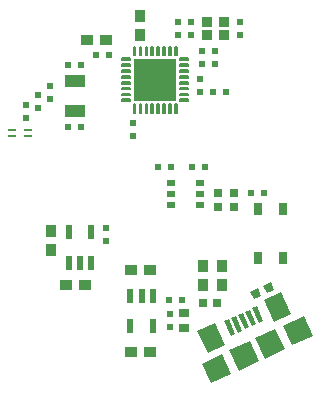
<source format=gbr>
G04 EAGLE Gerber RS-274X export*
G75*
%MOMM*%
%FSLAX34Y34*%
%LPD*%
%INSolderpaste Top*%
%IPPOS*%
%AMOC8*
5,1,8,0,0,1.08239X$1,22.5*%
G01*
%ADD10R,0.550000X1.200000*%
%ADD11R,0.600000X0.600000*%
%ADD12R,0.900000X1.050000*%
%ADD13R,1.050000X0.900000*%
%ADD14R,0.508000X1.309600*%
%ADD15R,0.812800X0.660400*%
%ADD16R,0.711200X0.279400*%
%ADD17R,0.660400X1.041400*%
%ADD18R,0.794500X0.507200*%
%ADD19R,0.700000X0.700000*%
%ADD20R,0.406400X1.346200*%
%ADD21R,2.108200X1.600200*%
%ADD22R,1.803400X1.905000*%
%ADD23R,1.905000X1.905000*%
%ADD24R,0.950000X0.850000*%
%ADD25R,1.800000X1.000000*%
%ADD26C,0.150000*%
%ADD27R,3.650000X3.650000*%
%ADD28R,0.700000X0.700000*%


D10*
X101500Y142000D03*
X111000Y142000D03*
X120500Y142000D03*
X120500Y168000D03*
X101500Y168000D03*
D11*
X133000Y171500D03*
X133000Y160500D03*
D12*
X86000Y169000D03*
X86000Y153000D03*
D13*
X115000Y123000D03*
X99000Y123000D03*
D12*
X231000Y123000D03*
X231000Y139000D03*
D14*
X172500Y113954D03*
X163000Y113954D03*
X153500Y113954D03*
X153500Y88046D03*
X172500Y88046D03*
D11*
X187000Y98500D03*
X187000Y87500D03*
X197500Y110000D03*
X186500Y110000D03*
D15*
X199000Y98969D03*
X199000Y87031D03*
D13*
X154000Y136000D03*
X170000Y136000D03*
X154000Y66000D03*
X170000Y66000D03*
D16*
X53269Y254375D03*
X53269Y249625D03*
X66731Y249625D03*
X66731Y254375D03*
D11*
X65000Y264500D03*
X65000Y275500D03*
X85000Y280500D03*
X85000Y291500D03*
X75000Y272500D03*
X75000Y283500D03*
D17*
X261250Y146250D03*
X282750Y146250D03*
X282750Y187750D03*
X261250Y187750D03*
D18*
X187519Y209500D03*
X187519Y200000D03*
X187519Y190500D03*
X212482Y190500D03*
X212482Y200000D03*
X212482Y209500D03*
D19*
X241000Y189000D03*
X241000Y201000D03*
X228000Y189000D03*
X228000Y201000D03*
D11*
X187500Y223000D03*
X176500Y223000D03*
X205500Y223000D03*
X216500Y223000D03*
D20*
G36*
X242342Y81742D02*
X238659Y80024D01*
X232970Y92224D01*
X236653Y93942D01*
X242342Y81742D01*
G37*
G36*
X248233Y84489D02*
X244550Y82771D01*
X238861Y94971D01*
X242544Y96689D01*
X248233Y84489D01*
G37*
G36*
X254124Y87236D02*
X250441Y85518D01*
X244752Y97718D01*
X248435Y99436D01*
X254124Y87236D01*
G37*
G36*
X260015Y89983D02*
X256332Y88265D01*
X250643Y100465D01*
X254326Y102183D01*
X260015Y89983D01*
G37*
G36*
X265906Y92730D02*
X262223Y91012D01*
X256534Y103212D01*
X260217Y104930D01*
X265906Y92730D01*
G37*
D21*
G36*
X224667Y91177D02*
X233577Y72071D01*
X219075Y65309D01*
X210165Y84415D01*
X224667Y91177D01*
G37*
G36*
X280858Y117380D02*
X289768Y98274D01*
X275266Y91512D01*
X266356Y110618D01*
X280858Y117380D01*
G37*
D22*
G36*
X231125Y64371D02*
X238747Y48028D01*
X221483Y39977D01*
X213861Y56320D01*
X231125Y64371D01*
G37*
G36*
X300004Y96490D02*
X307626Y80147D01*
X290362Y72096D01*
X282740Y88439D01*
X300004Y96490D01*
G37*
D23*
G36*
X254475Y75820D02*
X262526Y58555D01*
X245261Y50504D01*
X237210Y67769D01*
X254475Y75820D01*
G37*
G36*
X276226Y85963D02*
X284277Y68698D01*
X267012Y60647D01*
X258961Y77912D01*
X276226Y85963D01*
G37*
D24*
X232750Y345900D03*
X218250Y345900D03*
X218250Y334400D03*
X232750Y334400D03*
D11*
X223000Y286400D03*
X234000Y286400D03*
X204500Y334650D03*
X204500Y345650D03*
X246470Y346140D03*
X246470Y335140D03*
X212500Y286400D03*
X212500Y297400D03*
X135000Y317900D03*
X124000Y317900D03*
X155250Y260400D03*
X155250Y249400D03*
X193500Y334650D03*
X193500Y345650D03*
X214250Y309900D03*
X225250Y309900D03*
X214250Y321150D03*
X225250Y321150D03*
D13*
X132500Y330900D03*
X116500Y330900D03*
D12*
X161500Y334900D03*
X161500Y350900D03*
D25*
X106500Y295400D03*
X106500Y270400D03*
D11*
X101000Y308900D03*
X112000Y308900D03*
X101000Y256900D03*
X112000Y256900D03*
D26*
X146500Y313650D02*
X146500Y315150D01*
X153500Y315150D01*
X153500Y313650D01*
X146500Y313650D01*
X146500Y315075D02*
X153500Y315075D01*
X153500Y310150D02*
X153500Y308650D01*
X146500Y308650D01*
X146500Y310150D01*
X153500Y310150D01*
X153500Y310075D02*
X146500Y310075D01*
X153500Y305150D02*
X153500Y303650D01*
X146500Y303650D01*
X146500Y305150D01*
X153500Y305150D01*
X153500Y305075D02*
X146500Y305075D01*
X153500Y300150D02*
X153500Y298650D01*
X146500Y298650D01*
X146500Y300150D01*
X153500Y300150D01*
X153500Y300075D02*
X146500Y300075D01*
X153500Y295150D02*
X153500Y293650D01*
X146500Y293650D01*
X146500Y295150D01*
X153500Y295150D01*
X153500Y295075D02*
X146500Y295075D01*
X153500Y290150D02*
X153500Y288650D01*
X146500Y288650D01*
X146500Y290150D01*
X153500Y290150D01*
X153500Y290075D02*
X146500Y290075D01*
X153500Y285150D02*
X153500Y283650D01*
X146500Y283650D01*
X146500Y285150D01*
X153500Y285150D01*
X153500Y285075D02*
X146500Y285075D01*
X153500Y280150D02*
X153500Y278650D01*
X146500Y278650D01*
X146500Y280150D01*
X153500Y280150D01*
X153500Y280075D02*
X146500Y280075D01*
X156250Y275900D02*
X157750Y275900D01*
X157750Y268900D01*
X156250Y268900D01*
X156250Y275900D01*
X156250Y270325D02*
X157750Y270325D01*
X157750Y271750D02*
X156250Y271750D01*
X156250Y273175D02*
X157750Y273175D01*
X157750Y274600D02*
X156250Y274600D01*
X161250Y275900D02*
X162750Y275900D01*
X162750Y268900D01*
X161250Y268900D01*
X161250Y275900D01*
X161250Y270325D02*
X162750Y270325D01*
X162750Y271750D02*
X161250Y271750D01*
X161250Y273175D02*
X162750Y273175D01*
X162750Y274600D02*
X161250Y274600D01*
X166250Y275900D02*
X167750Y275900D01*
X167750Y268900D01*
X166250Y268900D01*
X166250Y275900D01*
X166250Y270325D02*
X167750Y270325D01*
X167750Y271750D02*
X166250Y271750D01*
X166250Y273175D02*
X167750Y273175D01*
X167750Y274600D02*
X166250Y274600D01*
X171250Y275900D02*
X172750Y275900D01*
X172750Y268900D01*
X171250Y268900D01*
X171250Y275900D01*
X171250Y270325D02*
X172750Y270325D01*
X172750Y271750D02*
X171250Y271750D01*
X171250Y273175D02*
X172750Y273175D01*
X172750Y274600D02*
X171250Y274600D01*
X176250Y275900D02*
X177750Y275900D01*
X177750Y268900D01*
X176250Y268900D01*
X176250Y275900D01*
X176250Y270325D02*
X177750Y270325D01*
X177750Y271750D02*
X176250Y271750D01*
X176250Y273175D02*
X177750Y273175D01*
X177750Y274600D02*
X176250Y274600D01*
X181250Y275900D02*
X182750Y275900D01*
X182750Y268900D01*
X181250Y268900D01*
X181250Y275900D01*
X181250Y270325D02*
X182750Y270325D01*
X182750Y271750D02*
X181250Y271750D01*
X181250Y273175D02*
X182750Y273175D01*
X182750Y274600D02*
X181250Y274600D01*
X186250Y275900D02*
X187750Y275900D01*
X187750Y268900D01*
X186250Y268900D01*
X186250Y275900D01*
X186250Y270325D02*
X187750Y270325D01*
X187750Y271750D02*
X186250Y271750D01*
X186250Y273175D02*
X187750Y273175D01*
X187750Y274600D02*
X186250Y274600D01*
X191250Y275900D02*
X192750Y275900D01*
X192750Y268900D01*
X191250Y268900D01*
X191250Y275900D01*
X191250Y270325D02*
X192750Y270325D01*
X192750Y271750D02*
X191250Y271750D01*
X191250Y273175D02*
X192750Y273175D01*
X192750Y274600D02*
X191250Y274600D01*
X195500Y278650D02*
X195500Y280150D01*
X202500Y280150D01*
X202500Y278650D01*
X195500Y278650D01*
X195500Y280075D02*
X202500Y280075D01*
X195500Y283650D02*
X195500Y285150D01*
X202500Y285150D01*
X202500Y283650D01*
X195500Y283650D01*
X195500Y285075D02*
X202500Y285075D01*
X195500Y288650D02*
X195500Y290150D01*
X202500Y290150D01*
X202500Y288650D01*
X195500Y288650D01*
X195500Y290075D02*
X202500Y290075D01*
X195500Y293650D02*
X195500Y295150D01*
X202500Y295150D01*
X202500Y293650D01*
X195500Y293650D01*
X195500Y295075D02*
X202500Y295075D01*
X195500Y298650D02*
X195500Y300150D01*
X202500Y300150D01*
X202500Y298650D01*
X195500Y298650D01*
X195500Y300075D02*
X202500Y300075D01*
X195500Y303650D02*
X195500Y305150D01*
X202500Y305150D01*
X202500Y303650D01*
X195500Y303650D01*
X195500Y305075D02*
X202500Y305075D01*
X195500Y308650D02*
X195500Y310150D01*
X202500Y310150D01*
X202500Y308650D01*
X195500Y308650D01*
X195500Y310075D02*
X202500Y310075D01*
X195500Y313650D02*
X195500Y315150D01*
X202500Y315150D01*
X202500Y313650D01*
X195500Y313650D01*
X195500Y315075D02*
X202500Y315075D01*
X192750Y317900D02*
X191250Y317900D01*
X191250Y324900D01*
X192750Y324900D01*
X192750Y317900D01*
X192750Y319325D02*
X191250Y319325D01*
X191250Y320750D02*
X192750Y320750D01*
X192750Y322175D02*
X191250Y322175D01*
X191250Y323600D02*
X192750Y323600D01*
X187750Y317900D02*
X186250Y317900D01*
X186250Y324900D01*
X187750Y324900D01*
X187750Y317900D01*
X187750Y319325D02*
X186250Y319325D01*
X186250Y320750D02*
X187750Y320750D01*
X187750Y322175D02*
X186250Y322175D01*
X186250Y323600D02*
X187750Y323600D01*
X182750Y317900D02*
X181250Y317900D01*
X181250Y324900D01*
X182750Y324900D01*
X182750Y317900D01*
X182750Y319325D02*
X181250Y319325D01*
X181250Y320750D02*
X182750Y320750D01*
X182750Y322175D02*
X181250Y322175D01*
X181250Y323600D02*
X182750Y323600D01*
X177750Y317900D02*
X176250Y317900D01*
X176250Y324900D01*
X177750Y324900D01*
X177750Y317900D01*
X177750Y319325D02*
X176250Y319325D01*
X176250Y320750D02*
X177750Y320750D01*
X177750Y322175D02*
X176250Y322175D01*
X176250Y323600D02*
X177750Y323600D01*
X172750Y317900D02*
X171250Y317900D01*
X171250Y324900D01*
X172750Y324900D01*
X172750Y317900D01*
X172750Y319325D02*
X171250Y319325D01*
X171250Y320750D02*
X172750Y320750D01*
X172750Y322175D02*
X171250Y322175D01*
X171250Y323600D02*
X172750Y323600D01*
X167750Y317900D02*
X166250Y317900D01*
X166250Y324900D01*
X167750Y324900D01*
X167750Y317900D01*
X167750Y319325D02*
X166250Y319325D01*
X166250Y320750D02*
X167750Y320750D01*
X167750Y322175D02*
X166250Y322175D01*
X166250Y323600D02*
X167750Y323600D01*
X162750Y317900D02*
X161250Y317900D01*
X161250Y324900D01*
X162750Y324900D01*
X162750Y317900D01*
X162750Y319325D02*
X161250Y319325D01*
X161250Y320750D02*
X162750Y320750D01*
X162750Y322175D02*
X161250Y322175D01*
X161250Y323600D02*
X162750Y323600D01*
X157750Y317900D02*
X156250Y317900D01*
X156250Y324900D01*
X157750Y324900D01*
X157750Y317900D01*
X157750Y319325D02*
X156250Y319325D01*
X156250Y320750D02*
X157750Y320750D01*
X157750Y322175D02*
X156250Y322175D01*
X156250Y323600D02*
X157750Y323600D01*
D27*
X174500Y296900D03*
D19*
X227000Y108000D03*
X215000Y108000D03*
D28*
G36*
X264213Y113772D02*
X257870Y110813D01*
X254911Y117156D01*
X261254Y120115D01*
X264213Y113772D01*
G37*
G36*
X275089Y118844D02*
X268746Y115885D01*
X265787Y122228D01*
X272130Y125187D01*
X275089Y118844D01*
G37*
D11*
X266500Y201000D03*
X255500Y201000D03*
D12*
X215000Y123000D03*
X215000Y139000D03*
M02*

</source>
